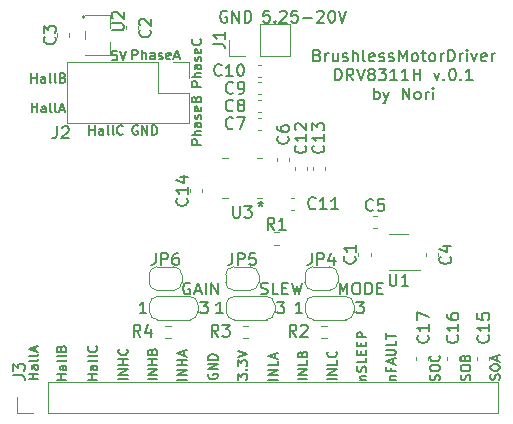
<source format=gto>
G04 #@! TF.GenerationSoftware,KiCad,Pcbnew,(6.0.0-rc1-63-g802cfc1a7d)*
G04 #@! TF.CreationDate,2022-01-16T14:43:54+09:00*
G04 #@! TF.ProjectId,BrushlessMotorDriver_DRV8311,42727573-686c-4657-9373-4d6f746f7244,rev?*
G04 #@! TF.SameCoordinates,PX7270e00PY8b3c880*
G04 #@! TF.FileFunction,Legend,Top*
G04 #@! TF.FilePolarity,Positive*
%FSLAX46Y46*%
G04 Gerber Fmt 4.6, Leading zero omitted, Abs format (unit mm)*
G04 Created by KiCad (PCBNEW (6.0.0-rc1-63-g802cfc1a7d)) date 2022-01-16 14:43:54*
%MOMM*%
%LPD*%
G01*
G04 APERTURE LIST*
%ADD10C,0.150000*%
%ADD11C,0.120000*%
G04 APERTURE END LIST*
D10*
X26014285Y30881429D02*
X26157142Y30833810D01*
X26204761Y30786191D01*
X26252380Y30690953D01*
X26252380Y30548096D01*
X26204761Y30452858D01*
X26157142Y30405239D01*
X26061904Y30357620D01*
X25680952Y30357620D01*
X25680952Y31357620D01*
X26014285Y31357620D01*
X26109523Y31310000D01*
X26157142Y31262381D01*
X26204761Y31167143D01*
X26204761Y31071905D01*
X26157142Y30976667D01*
X26109523Y30929048D01*
X26014285Y30881429D01*
X25680952Y30881429D01*
X26680952Y30357620D02*
X26680952Y31024286D01*
X26680952Y30833810D02*
X26728571Y30929048D01*
X26776190Y30976667D01*
X26871428Y31024286D01*
X26966666Y31024286D01*
X27728571Y31024286D02*
X27728571Y30357620D01*
X27300000Y31024286D02*
X27300000Y30500477D01*
X27347619Y30405239D01*
X27442857Y30357620D01*
X27585714Y30357620D01*
X27680952Y30405239D01*
X27728571Y30452858D01*
X28157142Y30405239D02*
X28252380Y30357620D01*
X28442857Y30357620D01*
X28538095Y30405239D01*
X28585714Y30500477D01*
X28585714Y30548096D01*
X28538095Y30643334D01*
X28442857Y30690953D01*
X28300000Y30690953D01*
X28204761Y30738572D01*
X28157142Y30833810D01*
X28157142Y30881429D01*
X28204761Y30976667D01*
X28300000Y31024286D01*
X28442857Y31024286D01*
X28538095Y30976667D01*
X29014285Y30357620D02*
X29014285Y31357620D01*
X29442857Y30357620D02*
X29442857Y30881429D01*
X29395238Y30976667D01*
X29300000Y31024286D01*
X29157142Y31024286D01*
X29061904Y30976667D01*
X29014285Y30929048D01*
X30061904Y30357620D02*
X29966666Y30405239D01*
X29919047Y30500477D01*
X29919047Y31357620D01*
X30823809Y30405239D02*
X30728571Y30357620D01*
X30538095Y30357620D01*
X30442857Y30405239D01*
X30395238Y30500477D01*
X30395238Y30881429D01*
X30442857Y30976667D01*
X30538095Y31024286D01*
X30728571Y31024286D01*
X30823809Y30976667D01*
X30871428Y30881429D01*
X30871428Y30786191D01*
X30395238Y30690953D01*
X31252380Y30405239D02*
X31347619Y30357620D01*
X31538095Y30357620D01*
X31633333Y30405239D01*
X31680952Y30500477D01*
X31680952Y30548096D01*
X31633333Y30643334D01*
X31538095Y30690953D01*
X31395238Y30690953D01*
X31300000Y30738572D01*
X31252380Y30833810D01*
X31252380Y30881429D01*
X31300000Y30976667D01*
X31395238Y31024286D01*
X31538095Y31024286D01*
X31633333Y30976667D01*
X32061904Y30405239D02*
X32157142Y30357620D01*
X32347619Y30357620D01*
X32442857Y30405239D01*
X32490476Y30500477D01*
X32490476Y30548096D01*
X32442857Y30643334D01*
X32347619Y30690953D01*
X32204761Y30690953D01*
X32109523Y30738572D01*
X32061904Y30833810D01*
X32061904Y30881429D01*
X32109523Y30976667D01*
X32204761Y31024286D01*
X32347619Y31024286D01*
X32442857Y30976667D01*
X32919047Y30357620D02*
X32919047Y31357620D01*
X33252380Y30643334D01*
X33585714Y31357620D01*
X33585714Y30357620D01*
X34204761Y30357620D02*
X34109523Y30405239D01*
X34061904Y30452858D01*
X34014285Y30548096D01*
X34014285Y30833810D01*
X34061904Y30929048D01*
X34109523Y30976667D01*
X34204761Y31024286D01*
X34347619Y31024286D01*
X34442857Y30976667D01*
X34490476Y30929048D01*
X34538095Y30833810D01*
X34538095Y30548096D01*
X34490476Y30452858D01*
X34442857Y30405239D01*
X34347619Y30357620D01*
X34204761Y30357620D01*
X34823809Y31024286D02*
X35204761Y31024286D01*
X34966666Y31357620D02*
X34966666Y30500477D01*
X35014285Y30405239D01*
X35109523Y30357620D01*
X35204761Y30357620D01*
X35680952Y30357620D02*
X35585714Y30405239D01*
X35538095Y30452858D01*
X35490476Y30548096D01*
X35490476Y30833810D01*
X35538095Y30929048D01*
X35585714Y30976667D01*
X35680952Y31024286D01*
X35823809Y31024286D01*
X35919047Y30976667D01*
X35966666Y30929048D01*
X36014285Y30833810D01*
X36014285Y30548096D01*
X35966666Y30452858D01*
X35919047Y30405239D01*
X35823809Y30357620D01*
X35680952Y30357620D01*
X36442857Y30357620D02*
X36442857Y31024286D01*
X36442857Y30833810D02*
X36490476Y30929048D01*
X36538095Y30976667D01*
X36633333Y31024286D01*
X36728571Y31024286D01*
X37061904Y30357620D02*
X37061904Y31357620D01*
X37300000Y31357620D01*
X37442857Y31310000D01*
X37538095Y31214762D01*
X37585714Y31119524D01*
X37633333Y30929048D01*
X37633333Y30786191D01*
X37585714Y30595715D01*
X37538095Y30500477D01*
X37442857Y30405239D01*
X37300000Y30357620D01*
X37061904Y30357620D01*
X38061904Y30357620D02*
X38061904Y31024286D01*
X38061904Y30833810D02*
X38109523Y30929048D01*
X38157142Y30976667D01*
X38252380Y31024286D01*
X38347619Y31024286D01*
X38680952Y30357620D02*
X38680952Y31024286D01*
X38680952Y31357620D02*
X38633333Y31310000D01*
X38680952Y31262381D01*
X38728571Y31310000D01*
X38680952Y31357620D01*
X38680952Y31262381D01*
X39061904Y31024286D02*
X39300000Y30357620D01*
X39538095Y31024286D01*
X40300000Y30405239D02*
X40204761Y30357620D01*
X40014285Y30357620D01*
X39919047Y30405239D01*
X39871428Y30500477D01*
X39871428Y30881429D01*
X39919047Y30976667D01*
X40014285Y31024286D01*
X40204761Y31024286D01*
X40300000Y30976667D01*
X40347619Y30881429D01*
X40347619Y30786191D01*
X39871428Y30690953D01*
X40776190Y30357620D02*
X40776190Y31024286D01*
X40776190Y30833810D02*
X40823809Y30929048D01*
X40871428Y30976667D01*
X40966666Y31024286D01*
X41061904Y31024286D01*
X27490476Y28747620D02*
X27490476Y29747620D01*
X27728571Y29747620D01*
X27871428Y29700000D01*
X27966666Y29604762D01*
X28014285Y29509524D01*
X28061904Y29319048D01*
X28061904Y29176191D01*
X28014285Y28985715D01*
X27966666Y28890477D01*
X27871428Y28795239D01*
X27728571Y28747620D01*
X27490476Y28747620D01*
X29061904Y28747620D02*
X28728571Y29223810D01*
X28490476Y28747620D02*
X28490476Y29747620D01*
X28871428Y29747620D01*
X28966666Y29700000D01*
X29014285Y29652381D01*
X29061904Y29557143D01*
X29061904Y29414286D01*
X29014285Y29319048D01*
X28966666Y29271429D01*
X28871428Y29223810D01*
X28490476Y29223810D01*
X29347619Y29747620D02*
X29680952Y28747620D01*
X30014285Y29747620D01*
X30490476Y29319048D02*
X30395238Y29366667D01*
X30347619Y29414286D01*
X30300000Y29509524D01*
X30300000Y29557143D01*
X30347619Y29652381D01*
X30395238Y29700000D01*
X30490476Y29747620D01*
X30680952Y29747620D01*
X30776190Y29700000D01*
X30823809Y29652381D01*
X30871428Y29557143D01*
X30871428Y29509524D01*
X30823809Y29414286D01*
X30776190Y29366667D01*
X30680952Y29319048D01*
X30490476Y29319048D01*
X30395238Y29271429D01*
X30347619Y29223810D01*
X30300000Y29128572D01*
X30300000Y28938096D01*
X30347619Y28842858D01*
X30395238Y28795239D01*
X30490476Y28747620D01*
X30680952Y28747620D01*
X30776190Y28795239D01*
X30823809Y28842858D01*
X30871428Y28938096D01*
X30871428Y29128572D01*
X30823809Y29223810D01*
X30776190Y29271429D01*
X30680952Y29319048D01*
X31204761Y29747620D02*
X31823809Y29747620D01*
X31490476Y29366667D01*
X31633333Y29366667D01*
X31728571Y29319048D01*
X31776190Y29271429D01*
X31823809Y29176191D01*
X31823809Y28938096D01*
X31776190Y28842858D01*
X31728571Y28795239D01*
X31633333Y28747620D01*
X31347619Y28747620D01*
X31252380Y28795239D01*
X31204761Y28842858D01*
X32776190Y28747620D02*
X32204761Y28747620D01*
X32490476Y28747620D02*
X32490476Y29747620D01*
X32395238Y29604762D01*
X32300000Y29509524D01*
X32204761Y29461905D01*
X33728571Y28747620D02*
X33157142Y28747620D01*
X33442857Y28747620D02*
X33442857Y29747620D01*
X33347619Y29604762D01*
X33252380Y29509524D01*
X33157142Y29461905D01*
X34157142Y28747620D02*
X34157142Y29747620D01*
X34157142Y29271429D02*
X34728571Y29271429D01*
X34728571Y28747620D02*
X34728571Y29747620D01*
X35871428Y29414286D02*
X36109523Y28747620D01*
X36347619Y29414286D01*
X36728571Y28842858D02*
X36776190Y28795239D01*
X36728571Y28747620D01*
X36680952Y28795239D01*
X36728571Y28842858D01*
X36728571Y28747620D01*
X37395238Y29747620D02*
X37490476Y29747620D01*
X37585714Y29700000D01*
X37633333Y29652381D01*
X37680952Y29557143D01*
X37728571Y29366667D01*
X37728571Y29128572D01*
X37680952Y28938096D01*
X37633333Y28842858D01*
X37585714Y28795239D01*
X37490476Y28747620D01*
X37395238Y28747620D01*
X37300000Y28795239D01*
X37252380Y28842858D01*
X37204761Y28938096D01*
X37157142Y29128572D01*
X37157142Y29366667D01*
X37204761Y29557143D01*
X37252380Y29652381D01*
X37300000Y29700000D01*
X37395238Y29747620D01*
X38157142Y28842858D02*
X38204761Y28795239D01*
X38157142Y28747620D01*
X38109523Y28795239D01*
X38157142Y28842858D01*
X38157142Y28747620D01*
X39157142Y28747620D02*
X38585714Y28747620D01*
X38871428Y28747620D02*
X38871428Y29747620D01*
X38776190Y29604762D01*
X38680952Y29509524D01*
X38585714Y29461905D01*
X30800000Y27137620D02*
X30800000Y28137620D01*
X30800000Y27756667D02*
X30895238Y27804286D01*
X31085714Y27804286D01*
X31180952Y27756667D01*
X31228571Y27709048D01*
X31276190Y27613810D01*
X31276190Y27328096D01*
X31228571Y27232858D01*
X31180952Y27185239D01*
X31085714Y27137620D01*
X30895238Y27137620D01*
X30800000Y27185239D01*
X31609523Y27804286D02*
X31847619Y27137620D01*
X32085714Y27804286D02*
X31847619Y27137620D01*
X31752380Y26899524D01*
X31704761Y26851905D01*
X31609523Y26804286D01*
X33228571Y27137620D02*
X33228571Y28137620D01*
X33800000Y27137620D01*
X33800000Y28137620D01*
X34419047Y27137620D02*
X34323809Y27185239D01*
X34276190Y27232858D01*
X34228571Y27328096D01*
X34228571Y27613810D01*
X34276190Y27709048D01*
X34323809Y27756667D01*
X34419047Y27804286D01*
X34561904Y27804286D01*
X34657142Y27756667D01*
X34704761Y27709048D01*
X34752380Y27613810D01*
X34752380Y27328096D01*
X34704761Y27232858D01*
X34657142Y27185239D01*
X34561904Y27137620D01*
X34419047Y27137620D01*
X35180952Y27137620D02*
X35180952Y27804286D01*
X35180952Y27613810D02*
X35228571Y27709048D01*
X35276190Y27756667D01*
X35371428Y27804286D01*
X35466666Y27804286D01*
X35800000Y27137620D02*
X35800000Y27804286D01*
X35800000Y28137620D02*
X35752380Y28090000D01*
X35800000Y28042381D01*
X35847619Y28090000D01*
X35800000Y28137620D01*
X35800000Y28042381D01*
X16161904Y23300000D02*
X15361904Y23300000D01*
X15361904Y23604762D01*
X15400000Y23680953D01*
X15438095Y23719048D01*
X15514285Y23757143D01*
X15628571Y23757143D01*
X15704761Y23719048D01*
X15742857Y23680953D01*
X15780952Y23604762D01*
X15780952Y23300000D01*
X16161904Y24100000D02*
X15361904Y24100000D01*
X16161904Y24442858D02*
X15742857Y24442858D01*
X15666666Y24404762D01*
X15628571Y24328572D01*
X15628571Y24214286D01*
X15666666Y24138096D01*
X15704761Y24100000D01*
X16161904Y25166667D02*
X15742857Y25166667D01*
X15666666Y25128572D01*
X15628571Y25052381D01*
X15628571Y24900000D01*
X15666666Y24823810D01*
X16123809Y25166667D02*
X16161904Y25090477D01*
X16161904Y24900000D01*
X16123809Y24823810D01*
X16047619Y24785715D01*
X15971428Y24785715D01*
X15895238Y24823810D01*
X15857142Y24900000D01*
X15857142Y25090477D01*
X15819047Y25166667D01*
X16123809Y25509524D02*
X16161904Y25585715D01*
X16161904Y25738096D01*
X16123809Y25814286D01*
X16047619Y25852381D01*
X16009523Y25852381D01*
X15933333Y25814286D01*
X15895238Y25738096D01*
X15895238Y25623810D01*
X15857142Y25547620D01*
X15780952Y25509524D01*
X15742857Y25509524D01*
X15666666Y25547620D01*
X15628571Y25623810D01*
X15628571Y25738096D01*
X15666666Y25814286D01*
X16123809Y26500000D02*
X16161904Y26423810D01*
X16161904Y26271429D01*
X16123809Y26195239D01*
X16047619Y26157143D01*
X15742857Y26157143D01*
X15666666Y26195239D01*
X15628571Y26271429D01*
X15628571Y26423810D01*
X15666666Y26500000D01*
X15742857Y26538096D01*
X15819047Y26538096D01*
X15895238Y26157143D01*
X15742857Y27147620D02*
X15780952Y27261905D01*
X15819047Y27300000D01*
X15895238Y27338096D01*
X16009523Y27338096D01*
X16085714Y27300000D01*
X16123809Y27261905D01*
X16161904Y27185715D01*
X16161904Y26880953D01*
X15361904Y26880953D01*
X15361904Y27147620D01*
X15400000Y27223810D01*
X15438095Y27261905D01*
X15514285Y27300000D01*
X15590476Y27300000D01*
X15666666Y27261905D01*
X15704761Y27223810D01*
X15742857Y27147620D01*
X15742857Y26880953D01*
X16161904Y28200000D02*
X15361904Y28200000D01*
X15361904Y28504762D01*
X15400000Y28580953D01*
X15438095Y28619048D01*
X15514285Y28657143D01*
X15628571Y28657143D01*
X15704761Y28619048D01*
X15742857Y28580953D01*
X15780952Y28504762D01*
X15780952Y28200000D01*
X16161904Y29000000D02*
X15361904Y29000000D01*
X16161904Y29342858D02*
X15742857Y29342858D01*
X15666666Y29304762D01*
X15628571Y29228572D01*
X15628571Y29114286D01*
X15666666Y29038096D01*
X15704761Y29000000D01*
X16161904Y30066667D02*
X15742857Y30066667D01*
X15666666Y30028572D01*
X15628571Y29952381D01*
X15628571Y29800000D01*
X15666666Y29723810D01*
X16123809Y30066667D02*
X16161904Y29990477D01*
X16161904Y29800000D01*
X16123809Y29723810D01*
X16047619Y29685715D01*
X15971428Y29685715D01*
X15895238Y29723810D01*
X15857142Y29800000D01*
X15857142Y29990477D01*
X15819047Y30066667D01*
X16123809Y30409524D02*
X16161904Y30485715D01*
X16161904Y30638096D01*
X16123809Y30714286D01*
X16047619Y30752381D01*
X16009523Y30752381D01*
X15933333Y30714286D01*
X15895238Y30638096D01*
X15895238Y30523810D01*
X15857142Y30447620D01*
X15780952Y30409524D01*
X15742857Y30409524D01*
X15666666Y30447620D01*
X15628571Y30523810D01*
X15628571Y30638096D01*
X15666666Y30714286D01*
X16123809Y31400000D02*
X16161904Y31323810D01*
X16161904Y31171429D01*
X16123809Y31095239D01*
X16047619Y31057143D01*
X15742857Y31057143D01*
X15666666Y31095239D01*
X15628571Y31171429D01*
X15628571Y31323810D01*
X15666666Y31400000D01*
X15742857Y31438096D01*
X15819047Y31438096D01*
X15895238Y31057143D01*
X16085714Y32238096D02*
X16123809Y32200000D01*
X16161904Y32085715D01*
X16161904Y32009524D01*
X16123809Y31895239D01*
X16047619Y31819048D01*
X15971428Y31780953D01*
X15819047Y31742858D01*
X15704761Y31742858D01*
X15552380Y31780953D01*
X15476190Y31819048D01*
X15400000Y31895239D01*
X15361904Y32009524D01*
X15361904Y32085715D01*
X15400000Y32200000D01*
X15438095Y32238096D01*
X10357142Y30538096D02*
X10357142Y31338096D01*
X10661904Y31338096D01*
X10738095Y31300000D01*
X10776190Y31261905D01*
X10814285Y31185715D01*
X10814285Y31071429D01*
X10776190Y30995239D01*
X10738095Y30957143D01*
X10661904Y30919048D01*
X10357142Y30919048D01*
X11157142Y30538096D02*
X11157142Y31338096D01*
X11500000Y30538096D02*
X11500000Y30957143D01*
X11461904Y31033334D01*
X11385714Y31071429D01*
X11271428Y31071429D01*
X11195238Y31033334D01*
X11157142Y30995239D01*
X12223809Y30538096D02*
X12223809Y30957143D01*
X12185714Y31033334D01*
X12109523Y31071429D01*
X11957142Y31071429D01*
X11880952Y31033334D01*
X12223809Y30576191D02*
X12147619Y30538096D01*
X11957142Y30538096D01*
X11880952Y30576191D01*
X11842857Y30652381D01*
X11842857Y30728572D01*
X11880952Y30804762D01*
X11957142Y30842858D01*
X12147619Y30842858D01*
X12223809Y30880953D01*
X12566666Y30576191D02*
X12642857Y30538096D01*
X12795238Y30538096D01*
X12871428Y30576191D01*
X12909523Y30652381D01*
X12909523Y30690477D01*
X12871428Y30766667D01*
X12795238Y30804762D01*
X12680952Y30804762D01*
X12604761Y30842858D01*
X12566666Y30919048D01*
X12566666Y30957143D01*
X12604761Y31033334D01*
X12680952Y31071429D01*
X12795238Y31071429D01*
X12871428Y31033334D01*
X13557142Y30576191D02*
X13480952Y30538096D01*
X13328571Y30538096D01*
X13252380Y30576191D01*
X13214285Y30652381D01*
X13214285Y30957143D01*
X13252380Y31033334D01*
X13328571Y31071429D01*
X13480952Y31071429D01*
X13557142Y31033334D01*
X13595238Y30957143D01*
X13595238Y30880953D01*
X13214285Y30804762D01*
X13900000Y30766667D02*
X14280952Y30766667D01*
X13823809Y30538096D02*
X14090476Y31338096D01*
X14357142Y30538096D01*
X9047619Y31238096D02*
X8666666Y31238096D01*
X8628571Y30857143D01*
X8666666Y30895239D01*
X8742857Y30933334D01*
X8933333Y30933334D01*
X9009523Y30895239D01*
X9047619Y30857143D01*
X9085714Y30780953D01*
X9085714Y30590477D01*
X9047619Y30514286D01*
X9009523Y30476191D01*
X8933333Y30438096D01*
X8742857Y30438096D01*
X8666666Y30476191D01*
X8628571Y30514286D01*
X9314285Y31238096D02*
X9580952Y30438096D01*
X9847619Y31238096D01*
X10790476Y24900000D02*
X10714285Y24938096D01*
X10600000Y24938096D01*
X10485714Y24900000D01*
X10409523Y24823810D01*
X10371428Y24747620D01*
X10333333Y24595239D01*
X10333333Y24480953D01*
X10371428Y24328572D01*
X10409523Y24252381D01*
X10485714Y24176191D01*
X10600000Y24138096D01*
X10676190Y24138096D01*
X10790476Y24176191D01*
X10828571Y24214286D01*
X10828571Y24480953D01*
X10676190Y24480953D01*
X11171428Y24138096D02*
X11171428Y24938096D01*
X11628571Y24138096D01*
X11628571Y24938096D01*
X12009523Y24138096D02*
X12009523Y24938096D01*
X12200000Y24938096D01*
X12314285Y24900000D01*
X12390476Y24823810D01*
X12428571Y24747620D01*
X12466666Y24595239D01*
X12466666Y24480953D01*
X12428571Y24328572D01*
X12390476Y24252381D01*
X12314285Y24176191D01*
X12200000Y24138096D01*
X12009523Y24138096D01*
X6690476Y24138096D02*
X6690476Y24938096D01*
X6690476Y24557143D02*
X7147619Y24557143D01*
X7147619Y24138096D02*
X7147619Y24938096D01*
X7871428Y24138096D02*
X7871428Y24557143D01*
X7833333Y24633334D01*
X7757142Y24671429D01*
X7604761Y24671429D01*
X7528571Y24633334D01*
X7871428Y24176191D02*
X7795238Y24138096D01*
X7604761Y24138096D01*
X7528571Y24176191D01*
X7490476Y24252381D01*
X7490476Y24328572D01*
X7528571Y24404762D01*
X7604761Y24442858D01*
X7795238Y24442858D01*
X7871428Y24480953D01*
X8366666Y24138096D02*
X8290476Y24176191D01*
X8252380Y24252381D01*
X8252380Y24938096D01*
X8785714Y24138096D02*
X8709523Y24176191D01*
X8671428Y24252381D01*
X8671428Y24938096D01*
X9547619Y24214286D02*
X9509523Y24176191D01*
X9395238Y24138096D01*
X9319047Y24138096D01*
X9204761Y24176191D01*
X9128571Y24252381D01*
X9090476Y24328572D01*
X9052380Y24480953D01*
X9052380Y24595239D01*
X9090476Y24747620D01*
X9128571Y24823810D01*
X9204761Y24900000D01*
X9319047Y24938096D01*
X9395238Y24938096D01*
X9509523Y24900000D01*
X9547619Y24861905D01*
X1790476Y28538096D02*
X1790476Y29338096D01*
X1790476Y28957143D02*
X2247619Y28957143D01*
X2247619Y28538096D02*
X2247619Y29338096D01*
X2971428Y28538096D02*
X2971428Y28957143D01*
X2933333Y29033334D01*
X2857142Y29071429D01*
X2704761Y29071429D01*
X2628571Y29033334D01*
X2971428Y28576191D02*
X2895238Y28538096D01*
X2704761Y28538096D01*
X2628571Y28576191D01*
X2590476Y28652381D01*
X2590476Y28728572D01*
X2628571Y28804762D01*
X2704761Y28842858D01*
X2895238Y28842858D01*
X2971428Y28880953D01*
X3466666Y28538096D02*
X3390476Y28576191D01*
X3352380Y28652381D01*
X3352380Y29338096D01*
X3885714Y28538096D02*
X3809523Y28576191D01*
X3771428Y28652381D01*
X3771428Y29338096D01*
X4457142Y28957143D02*
X4571428Y28919048D01*
X4609523Y28880953D01*
X4647619Y28804762D01*
X4647619Y28690477D01*
X4609523Y28614286D01*
X4571428Y28576191D01*
X4495238Y28538096D01*
X4190476Y28538096D01*
X4190476Y29338096D01*
X4457142Y29338096D01*
X4533333Y29300000D01*
X4571428Y29261905D01*
X4609523Y29185715D01*
X4609523Y29109524D01*
X4571428Y29033334D01*
X4533333Y28995239D01*
X4457142Y28957143D01*
X4190476Y28957143D01*
X1847619Y26038096D02*
X1847619Y26838096D01*
X1847619Y26457143D02*
X2304761Y26457143D01*
X2304761Y26038096D02*
X2304761Y26838096D01*
X3028571Y26038096D02*
X3028571Y26457143D01*
X2990476Y26533334D01*
X2914285Y26571429D01*
X2761904Y26571429D01*
X2685714Y26533334D01*
X3028571Y26076191D02*
X2952380Y26038096D01*
X2761904Y26038096D01*
X2685714Y26076191D01*
X2647619Y26152381D01*
X2647619Y26228572D01*
X2685714Y26304762D01*
X2761904Y26342858D01*
X2952380Y26342858D01*
X3028571Y26380953D01*
X3523809Y26038096D02*
X3447619Y26076191D01*
X3409523Y26152381D01*
X3409523Y26838096D01*
X3942857Y26038096D02*
X3866666Y26076191D01*
X3828571Y26152381D01*
X3828571Y26838096D01*
X4209523Y26266667D02*
X4590476Y26266667D01*
X4133333Y26038096D02*
X4400000Y26838096D01*
X4666666Y26038096D01*
X21947619Y34647620D02*
X21471428Y34647620D01*
X21423809Y34171429D01*
X21471428Y34219048D01*
X21566666Y34266667D01*
X21804761Y34266667D01*
X21900000Y34219048D01*
X21947619Y34171429D01*
X21995238Y34076191D01*
X21995238Y33838096D01*
X21947619Y33742858D01*
X21900000Y33695239D01*
X21804761Y33647620D01*
X21566666Y33647620D01*
X21471428Y33695239D01*
X21423809Y33742858D01*
X22423809Y33742858D02*
X22471428Y33695239D01*
X22423809Y33647620D01*
X22376190Y33695239D01*
X22423809Y33742858D01*
X22423809Y33647620D01*
X22852380Y34552381D02*
X22900000Y34600000D01*
X22995238Y34647620D01*
X23233333Y34647620D01*
X23328571Y34600000D01*
X23376190Y34552381D01*
X23423809Y34457143D01*
X23423809Y34361905D01*
X23376190Y34219048D01*
X22804761Y33647620D01*
X23423809Y33647620D01*
X24328571Y34647620D02*
X23852380Y34647620D01*
X23804761Y34171429D01*
X23852380Y34219048D01*
X23947619Y34266667D01*
X24185714Y34266667D01*
X24280952Y34219048D01*
X24328571Y34171429D01*
X24376190Y34076191D01*
X24376190Y33838096D01*
X24328571Y33742858D01*
X24280952Y33695239D01*
X24185714Y33647620D01*
X23947619Y33647620D01*
X23852380Y33695239D01*
X23804761Y33742858D01*
X24804761Y34028572D02*
X25566666Y34028572D01*
X25995238Y34552381D02*
X26042857Y34600000D01*
X26138095Y34647620D01*
X26376190Y34647620D01*
X26471428Y34600000D01*
X26519047Y34552381D01*
X26566666Y34457143D01*
X26566666Y34361905D01*
X26519047Y34219048D01*
X25947619Y33647620D01*
X26566666Y33647620D01*
X27185714Y34647620D02*
X27280952Y34647620D01*
X27376190Y34600000D01*
X27423809Y34552381D01*
X27471428Y34457143D01*
X27519047Y34266667D01*
X27519047Y34028572D01*
X27471428Y33838096D01*
X27423809Y33742858D01*
X27376190Y33695239D01*
X27280952Y33647620D01*
X27185714Y33647620D01*
X27090476Y33695239D01*
X27042857Y33742858D01*
X26995238Y33838096D01*
X26947619Y34028572D01*
X26947619Y34266667D01*
X26995238Y34457143D01*
X27042857Y34552381D01*
X27090476Y34600000D01*
X27185714Y34647620D01*
X27804761Y34647620D02*
X28138095Y33647620D01*
X28471428Y34647620D01*
X18338095Y34600000D02*
X18242857Y34647620D01*
X18100000Y34647620D01*
X17957142Y34600000D01*
X17861904Y34504762D01*
X17814285Y34409524D01*
X17766666Y34219048D01*
X17766666Y34076191D01*
X17814285Y33885715D01*
X17861904Y33790477D01*
X17957142Y33695239D01*
X18100000Y33647620D01*
X18195238Y33647620D01*
X18338095Y33695239D01*
X18385714Y33742858D01*
X18385714Y34076191D01*
X18195238Y34076191D01*
X18814285Y33647620D02*
X18814285Y34647620D01*
X19385714Y33647620D01*
X19385714Y34647620D01*
X19861904Y33647620D02*
X19861904Y34647620D01*
X20100000Y34647620D01*
X20242857Y34600000D01*
X20338095Y34504762D01*
X20385714Y34409524D01*
X20433333Y34219048D01*
X20433333Y34076191D01*
X20385714Y33885715D01*
X20338095Y33790477D01*
X20242857Y33695239D01*
X20100000Y33647620D01*
X19861904Y33647620D01*
X41423809Y3409524D02*
X41461904Y3523810D01*
X41461904Y3714286D01*
X41423809Y3790477D01*
X41385714Y3828572D01*
X41309523Y3866667D01*
X41233333Y3866667D01*
X41157142Y3828572D01*
X41119047Y3790477D01*
X41080952Y3714286D01*
X41042857Y3561905D01*
X41004761Y3485715D01*
X40966666Y3447620D01*
X40890476Y3409524D01*
X40814285Y3409524D01*
X40738095Y3447620D01*
X40700000Y3485715D01*
X40661904Y3561905D01*
X40661904Y3752381D01*
X40700000Y3866667D01*
X40661904Y4361905D02*
X40661904Y4514286D01*
X40700000Y4590477D01*
X40776190Y4666667D01*
X40928571Y4704762D01*
X41195238Y4704762D01*
X41347619Y4666667D01*
X41423809Y4590477D01*
X41461904Y4514286D01*
X41461904Y4361905D01*
X41423809Y4285715D01*
X41347619Y4209524D01*
X41195238Y4171429D01*
X40928571Y4171429D01*
X40776190Y4209524D01*
X40700000Y4285715D01*
X40661904Y4361905D01*
X41233333Y5009524D02*
X41233333Y5390477D01*
X41461904Y4933334D02*
X40661904Y5200000D01*
X41461904Y5466667D01*
X38923809Y3352381D02*
X38961904Y3466667D01*
X38961904Y3657143D01*
X38923809Y3733334D01*
X38885714Y3771429D01*
X38809523Y3809524D01*
X38733333Y3809524D01*
X38657142Y3771429D01*
X38619047Y3733334D01*
X38580952Y3657143D01*
X38542857Y3504762D01*
X38504761Y3428572D01*
X38466666Y3390477D01*
X38390476Y3352381D01*
X38314285Y3352381D01*
X38238095Y3390477D01*
X38200000Y3428572D01*
X38161904Y3504762D01*
X38161904Y3695239D01*
X38200000Y3809524D01*
X38161904Y4304762D02*
X38161904Y4457143D01*
X38200000Y4533334D01*
X38276190Y4609524D01*
X38428571Y4647620D01*
X38695238Y4647620D01*
X38847619Y4609524D01*
X38923809Y4533334D01*
X38961904Y4457143D01*
X38961904Y4304762D01*
X38923809Y4228572D01*
X38847619Y4152381D01*
X38695238Y4114286D01*
X38428571Y4114286D01*
X38276190Y4152381D01*
X38200000Y4228572D01*
X38161904Y4304762D01*
X38542857Y5257143D02*
X38580952Y5371429D01*
X38619047Y5409524D01*
X38695238Y5447620D01*
X38809523Y5447620D01*
X38885714Y5409524D01*
X38923809Y5371429D01*
X38961904Y5295239D01*
X38961904Y4990477D01*
X38161904Y4990477D01*
X38161904Y5257143D01*
X38200000Y5333334D01*
X38238095Y5371429D01*
X38314285Y5409524D01*
X38390476Y5409524D01*
X38466666Y5371429D01*
X38504761Y5333334D01*
X38542857Y5257143D01*
X38542857Y4990477D01*
X36323809Y3352381D02*
X36361904Y3466667D01*
X36361904Y3657143D01*
X36323809Y3733334D01*
X36285714Y3771429D01*
X36209523Y3809524D01*
X36133333Y3809524D01*
X36057142Y3771429D01*
X36019047Y3733334D01*
X35980952Y3657143D01*
X35942857Y3504762D01*
X35904761Y3428572D01*
X35866666Y3390477D01*
X35790476Y3352381D01*
X35714285Y3352381D01*
X35638095Y3390477D01*
X35600000Y3428572D01*
X35561904Y3504762D01*
X35561904Y3695239D01*
X35600000Y3809524D01*
X35561904Y4304762D02*
X35561904Y4457143D01*
X35600000Y4533334D01*
X35676190Y4609524D01*
X35828571Y4647620D01*
X36095238Y4647620D01*
X36247619Y4609524D01*
X36323809Y4533334D01*
X36361904Y4457143D01*
X36361904Y4304762D01*
X36323809Y4228572D01*
X36247619Y4152381D01*
X36095238Y4114286D01*
X35828571Y4114286D01*
X35676190Y4152381D01*
X35600000Y4228572D01*
X35561904Y4304762D01*
X36285714Y5447620D02*
X36323809Y5409524D01*
X36361904Y5295239D01*
X36361904Y5219048D01*
X36323809Y5104762D01*
X36247619Y5028572D01*
X36171428Y4990477D01*
X36019047Y4952381D01*
X35904761Y4952381D01*
X35752380Y4990477D01*
X35676190Y5028572D01*
X35600000Y5104762D01*
X35561904Y5219048D01*
X35561904Y5295239D01*
X35600000Y5409524D01*
X35638095Y5447620D01*
X32128571Y3395239D02*
X32661904Y3395239D01*
X32204761Y3395239D02*
X32166666Y3433334D01*
X32128571Y3509524D01*
X32128571Y3623810D01*
X32166666Y3700000D01*
X32242857Y3738096D01*
X32661904Y3738096D01*
X32242857Y4385715D02*
X32242857Y4119048D01*
X32661904Y4119048D02*
X31861904Y4119048D01*
X31861904Y4500000D01*
X32433333Y4766667D02*
X32433333Y5147620D01*
X32661904Y4690477D02*
X31861904Y4957143D01*
X32661904Y5223810D01*
X31861904Y5490477D02*
X32509523Y5490477D01*
X32585714Y5528572D01*
X32623809Y5566667D01*
X32661904Y5642858D01*
X32661904Y5795239D01*
X32623809Y5871429D01*
X32585714Y5909524D01*
X32509523Y5947620D01*
X31861904Y5947620D01*
X32661904Y6709524D02*
X32661904Y6328572D01*
X31861904Y6328572D01*
X31861904Y6861905D02*
X31861904Y7319048D01*
X32661904Y7090477D02*
X31861904Y7090477D01*
X29628571Y3400000D02*
X30161904Y3400000D01*
X29704761Y3400000D02*
X29666666Y3438096D01*
X29628571Y3514286D01*
X29628571Y3628572D01*
X29666666Y3704762D01*
X29742857Y3742858D01*
X30161904Y3742858D01*
X30123809Y4085715D02*
X30161904Y4200000D01*
X30161904Y4390477D01*
X30123809Y4466667D01*
X30085714Y4504762D01*
X30009523Y4542858D01*
X29933333Y4542858D01*
X29857142Y4504762D01*
X29819047Y4466667D01*
X29780952Y4390477D01*
X29742857Y4238096D01*
X29704761Y4161905D01*
X29666666Y4123810D01*
X29590476Y4085715D01*
X29514285Y4085715D01*
X29438095Y4123810D01*
X29400000Y4161905D01*
X29361904Y4238096D01*
X29361904Y4428572D01*
X29400000Y4542858D01*
X30161904Y5266667D02*
X30161904Y4885715D01*
X29361904Y4885715D01*
X29742857Y5533334D02*
X29742857Y5800000D01*
X30161904Y5914286D02*
X30161904Y5533334D01*
X29361904Y5533334D01*
X29361904Y5914286D01*
X29742857Y6257143D02*
X29742857Y6523810D01*
X30161904Y6638096D02*
X30161904Y6257143D01*
X29361904Y6257143D01*
X29361904Y6638096D01*
X30161904Y6980953D02*
X29361904Y6980953D01*
X29361904Y7285715D01*
X29400000Y7361905D01*
X29438095Y7400000D01*
X29514285Y7438096D01*
X29628571Y7438096D01*
X29704761Y7400000D01*
X29742857Y7361905D01*
X29780952Y7285715D01*
X29780952Y6980953D01*
X19261904Y3419048D02*
X19261904Y3914286D01*
X19566666Y3647620D01*
X19566666Y3761905D01*
X19604761Y3838096D01*
X19642857Y3876191D01*
X19719047Y3914286D01*
X19909523Y3914286D01*
X19985714Y3876191D01*
X20023809Y3838096D01*
X20061904Y3761905D01*
X20061904Y3533334D01*
X20023809Y3457143D01*
X19985714Y3419048D01*
X19985714Y4257143D02*
X20023809Y4295239D01*
X20061904Y4257143D01*
X20023809Y4219048D01*
X19985714Y4257143D01*
X20061904Y4257143D01*
X19261904Y4561905D02*
X19261904Y5057143D01*
X19566666Y4790477D01*
X19566666Y4904762D01*
X19604761Y4980953D01*
X19642857Y5019048D01*
X19719047Y5057143D01*
X19909523Y5057143D01*
X19985714Y5019048D01*
X20023809Y4980953D01*
X20061904Y4904762D01*
X20061904Y4676191D01*
X20023809Y4600000D01*
X19985714Y4561905D01*
X19261904Y5285715D02*
X20061904Y5552381D01*
X19261904Y5819048D01*
X16800000Y3890477D02*
X16761904Y3814286D01*
X16761904Y3700000D01*
X16800000Y3585715D01*
X16876190Y3509524D01*
X16952380Y3471429D01*
X17104761Y3433334D01*
X17219047Y3433334D01*
X17371428Y3471429D01*
X17447619Y3509524D01*
X17523809Y3585715D01*
X17561904Y3700000D01*
X17561904Y3776191D01*
X17523809Y3890477D01*
X17485714Y3928572D01*
X17219047Y3928572D01*
X17219047Y3776191D01*
X17561904Y4271429D02*
X16761904Y4271429D01*
X17561904Y4728572D01*
X16761904Y4728572D01*
X17561904Y5109524D02*
X16761904Y5109524D01*
X16761904Y5300000D01*
X16800000Y5414286D01*
X16876190Y5490477D01*
X16952380Y5528572D01*
X17104761Y5566667D01*
X17219047Y5566667D01*
X17371428Y5528572D01*
X17447619Y5490477D01*
X17523809Y5414286D01*
X17561904Y5300000D01*
X17561904Y5109524D01*
X27661904Y3457143D02*
X26861904Y3457143D01*
X27661904Y3838096D02*
X26861904Y3838096D01*
X27661904Y4295239D01*
X26861904Y4295239D01*
X27661904Y5057143D02*
X27661904Y4676191D01*
X26861904Y4676191D01*
X27585714Y5780953D02*
X27623809Y5742858D01*
X27661904Y5628572D01*
X27661904Y5552381D01*
X27623809Y5438096D01*
X27547619Y5361905D01*
X27471428Y5323810D01*
X27319047Y5285715D01*
X27204761Y5285715D01*
X27052380Y5323810D01*
X26976190Y5361905D01*
X26900000Y5438096D01*
X26861904Y5552381D01*
X26861904Y5628572D01*
X26900000Y5742858D01*
X26938095Y5780953D01*
X25161904Y3457143D02*
X24361904Y3457143D01*
X25161904Y3838096D02*
X24361904Y3838096D01*
X25161904Y4295239D01*
X24361904Y4295239D01*
X25161904Y5057143D02*
X25161904Y4676191D01*
X24361904Y4676191D01*
X24742857Y5590477D02*
X24780952Y5704762D01*
X24819047Y5742858D01*
X24895238Y5780953D01*
X25009523Y5780953D01*
X25085714Y5742858D01*
X25123809Y5704762D01*
X25161904Y5628572D01*
X25161904Y5323810D01*
X24361904Y5323810D01*
X24361904Y5590477D01*
X24400000Y5666667D01*
X24438095Y5704762D01*
X24514285Y5742858D01*
X24590476Y5742858D01*
X24666666Y5704762D01*
X24704761Y5666667D01*
X24742857Y5590477D01*
X24742857Y5323810D01*
X22661904Y3414286D02*
X21861904Y3414286D01*
X22661904Y3795239D02*
X21861904Y3795239D01*
X22661904Y4252381D01*
X21861904Y4252381D01*
X22661904Y5014286D02*
X22661904Y4633334D01*
X21861904Y4633334D01*
X22433333Y5242858D02*
X22433333Y5623810D01*
X22661904Y5166667D02*
X21861904Y5433334D01*
X22661904Y5700000D01*
X14961904Y3419048D02*
X14161904Y3419048D01*
X14961904Y3800000D02*
X14161904Y3800000D01*
X14961904Y4257143D01*
X14161904Y4257143D01*
X14961904Y4638096D02*
X14161904Y4638096D01*
X14542857Y4638096D02*
X14542857Y5095239D01*
X14961904Y5095239D02*
X14161904Y5095239D01*
X14733333Y5438096D02*
X14733333Y5819048D01*
X14961904Y5361905D02*
X14161904Y5628572D01*
X14961904Y5895239D01*
X12461904Y3461905D02*
X11661904Y3461905D01*
X12461904Y3842858D02*
X11661904Y3842858D01*
X12461904Y4300000D01*
X11661904Y4300000D01*
X12461904Y4680953D02*
X11661904Y4680953D01*
X12042857Y4680953D02*
X12042857Y5138096D01*
X12461904Y5138096D02*
X11661904Y5138096D01*
X12042857Y5785715D02*
X12080952Y5900000D01*
X12119047Y5938096D01*
X12195238Y5976191D01*
X12309523Y5976191D01*
X12385714Y5938096D01*
X12423809Y5900000D01*
X12461904Y5823810D01*
X12461904Y5519048D01*
X11661904Y5519048D01*
X11661904Y5785715D01*
X11700000Y5861905D01*
X11738095Y5900000D01*
X11814285Y5938096D01*
X11890476Y5938096D01*
X11966666Y5900000D01*
X12004761Y5861905D01*
X12042857Y5785715D01*
X12042857Y5519048D01*
X9961904Y3461905D02*
X9161904Y3461905D01*
X9961904Y3842858D02*
X9161904Y3842858D01*
X9961904Y4300000D01*
X9161904Y4300000D01*
X9961904Y4680953D02*
X9161904Y4680953D01*
X9542857Y4680953D02*
X9542857Y5138096D01*
X9961904Y5138096D02*
X9161904Y5138096D01*
X9885714Y5976191D02*
X9923809Y5938096D01*
X9961904Y5823810D01*
X9961904Y5747620D01*
X9923809Y5633334D01*
X9847619Y5557143D01*
X9771428Y5519048D01*
X9619047Y5480953D01*
X9504761Y5480953D01*
X9352380Y5519048D01*
X9276190Y5557143D01*
X9200000Y5633334D01*
X9161904Y5747620D01*
X9161904Y5823810D01*
X9200000Y5938096D01*
X9238095Y5976191D01*
X7361904Y3390477D02*
X6561904Y3390477D01*
X6942857Y3390477D02*
X6942857Y3847620D01*
X7361904Y3847620D02*
X6561904Y3847620D01*
X7361904Y4571429D02*
X6942857Y4571429D01*
X6866666Y4533334D01*
X6828571Y4457143D01*
X6828571Y4304762D01*
X6866666Y4228572D01*
X7323809Y4571429D02*
X7361904Y4495239D01*
X7361904Y4304762D01*
X7323809Y4228572D01*
X7247619Y4190477D01*
X7171428Y4190477D01*
X7095238Y4228572D01*
X7057142Y4304762D01*
X7057142Y4495239D01*
X7019047Y4571429D01*
X7361904Y5066667D02*
X7323809Y4990477D01*
X7247619Y4952381D01*
X6561904Y4952381D01*
X7361904Y5485715D02*
X7323809Y5409524D01*
X7247619Y5371429D01*
X6561904Y5371429D01*
X7285714Y6247620D02*
X7323809Y6209524D01*
X7361904Y6095239D01*
X7361904Y6019048D01*
X7323809Y5904762D01*
X7247619Y5828572D01*
X7171428Y5790477D01*
X7019047Y5752381D01*
X6904761Y5752381D01*
X6752380Y5790477D01*
X6676190Y5828572D01*
X6600000Y5904762D01*
X6561904Y6019048D01*
X6561904Y6095239D01*
X6600000Y6209524D01*
X6638095Y6247620D01*
X4761904Y3390477D02*
X3961904Y3390477D01*
X4342857Y3390477D02*
X4342857Y3847620D01*
X4761904Y3847620D02*
X3961904Y3847620D01*
X4761904Y4571429D02*
X4342857Y4571429D01*
X4266666Y4533334D01*
X4228571Y4457143D01*
X4228571Y4304762D01*
X4266666Y4228572D01*
X4723809Y4571429D02*
X4761904Y4495239D01*
X4761904Y4304762D01*
X4723809Y4228572D01*
X4647619Y4190477D01*
X4571428Y4190477D01*
X4495238Y4228572D01*
X4457142Y4304762D01*
X4457142Y4495239D01*
X4419047Y4571429D01*
X4761904Y5066667D02*
X4723809Y4990477D01*
X4647619Y4952381D01*
X3961904Y4952381D01*
X4761904Y5485715D02*
X4723809Y5409524D01*
X4647619Y5371429D01*
X3961904Y5371429D01*
X4342857Y6057143D02*
X4380952Y6171429D01*
X4419047Y6209524D01*
X4495238Y6247620D01*
X4609523Y6247620D01*
X4685714Y6209524D01*
X4723809Y6171429D01*
X4761904Y6095239D01*
X4761904Y5790477D01*
X3961904Y5790477D01*
X3961904Y6057143D01*
X4000000Y6133334D01*
X4038095Y6171429D01*
X4114285Y6209524D01*
X4190476Y6209524D01*
X4266666Y6171429D01*
X4304761Y6133334D01*
X4342857Y6057143D01*
X4342857Y5790477D01*
X2361904Y3447620D02*
X1561904Y3447620D01*
X1942857Y3447620D02*
X1942857Y3904762D01*
X2361904Y3904762D02*
X1561904Y3904762D01*
X2361904Y4628572D02*
X1942857Y4628572D01*
X1866666Y4590477D01*
X1828571Y4514286D01*
X1828571Y4361905D01*
X1866666Y4285715D01*
X2323809Y4628572D02*
X2361904Y4552381D01*
X2361904Y4361905D01*
X2323809Y4285715D01*
X2247619Y4247620D01*
X2171428Y4247620D01*
X2095238Y4285715D01*
X2057142Y4361905D01*
X2057142Y4552381D01*
X2019047Y4628572D01*
X2361904Y5123810D02*
X2323809Y5047620D01*
X2247619Y5009524D01*
X1561904Y5009524D01*
X2361904Y5542858D02*
X2323809Y5466667D01*
X2247619Y5428572D01*
X1561904Y5428572D01*
X2133333Y5809524D02*
X2133333Y6190477D01*
X2361904Y5733334D02*
X1561904Y6000000D01*
X2361904Y6266667D01*
X27890476Y10618820D02*
X27890476Y11618820D01*
X28223809Y10904534D01*
X28557142Y11618820D01*
X28557142Y10618820D01*
X29223809Y11618820D02*
X29414285Y11618820D01*
X29509523Y11571200D01*
X29604761Y11475962D01*
X29652380Y11285486D01*
X29652380Y10952153D01*
X29604761Y10761677D01*
X29509523Y10666439D01*
X29414285Y10618820D01*
X29223809Y10618820D01*
X29128571Y10666439D01*
X29033333Y10761677D01*
X28985714Y10952153D01*
X28985714Y11285486D01*
X29033333Y11475962D01*
X29128571Y11571200D01*
X29223809Y11618820D01*
X30080952Y10618820D02*
X30080952Y11618820D01*
X30319047Y11618820D01*
X30461904Y11571200D01*
X30557142Y11475962D01*
X30604761Y11380724D01*
X30652380Y11190248D01*
X30652380Y11047391D01*
X30604761Y10856915D01*
X30557142Y10761677D01*
X30461904Y10666439D01*
X30319047Y10618820D01*
X30080952Y10618820D01*
X31080952Y11142629D02*
X31414285Y11142629D01*
X31557142Y10618820D02*
X31080952Y10618820D01*
X31080952Y11618820D01*
X31557142Y11618820D01*
X21225714Y10666439D02*
X21368571Y10618820D01*
X21606666Y10618820D01*
X21701904Y10666439D01*
X21749523Y10714058D01*
X21797142Y10809296D01*
X21797142Y10904534D01*
X21749523Y10999772D01*
X21701904Y11047391D01*
X21606666Y11095010D01*
X21416190Y11142629D01*
X21320952Y11190248D01*
X21273333Y11237867D01*
X21225714Y11333105D01*
X21225714Y11428343D01*
X21273333Y11523581D01*
X21320952Y11571200D01*
X21416190Y11618820D01*
X21654285Y11618820D01*
X21797142Y11571200D01*
X22701904Y10618820D02*
X22225714Y10618820D01*
X22225714Y11618820D01*
X23035238Y11142629D02*
X23368571Y11142629D01*
X23511428Y10618820D02*
X23035238Y10618820D01*
X23035238Y11618820D01*
X23511428Y11618820D01*
X23844761Y11618820D02*
X24082857Y10618820D01*
X24273333Y11333105D01*
X24463809Y10618820D01*
X24701904Y11618820D01*
X15221428Y11571200D02*
X15126190Y11618820D01*
X14983333Y11618820D01*
X14840476Y11571200D01*
X14745238Y11475962D01*
X14697619Y11380724D01*
X14650000Y11190248D01*
X14650000Y11047391D01*
X14697619Y10856915D01*
X14745238Y10761677D01*
X14840476Y10666439D01*
X14983333Y10618820D01*
X15078571Y10618820D01*
X15221428Y10666439D01*
X15269047Y10714058D01*
X15269047Y11047391D01*
X15078571Y11047391D01*
X15650000Y10904534D02*
X16126190Y10904534D01*
X15554761Y10618820D02*
X15888095Y11618820D01*
X16221428Y10618820D01*
X16554761Y10618820D02*
X16554761Y11618820D01*
X17030952Y10618820D02*
X17030952Y11618820D01*
X17602380Y10618820D01*
X17602380Y11618820D01*
X18878095Y18118820D02*
X18878095Y17309296D01*
X18925714Y17214058D01*
X18973333Y17166439D01*
X19068571Y17118820D01*
X19259047Y17118820D01*
X19354285Y17166439D01*
X19401904Y17214058D01*
X19449523Y17309296D01*
X19449523Y18118820D01*
X19830476Y18118820D02*
X20449523Y18118820D01*
X20116190Y17737867D01*
X20259047Y17737867D01*
X20354285Y17690248D01*
X20401904Y17642629D01*
X20449523Y17547391D01*
X20449523Y17309296D01*
X20401904Y17214058D01*
X20354285Y17166439D01*
X20259047Y17118820D01*
X19973333Y17118820D01*
X19878095Y17166439D01*
X19830476Y17214058D01*
X21200000Y18547620D02*
X21200000Y18309524D01*
X20961904Y18404762D02*
X21200000Y18309524D01*
X21438095Y18404762D01*
X21057142Y18119048D02*
X21200000Y18309524D01*
X21342857Y18119048D01*
X8617380Y32998096D02*
X9426904Y32998096D01*
X9522142Y33045715D01*
X9569761Y33093334D01*
X9617380Y33188572D01*
X9617380Y33379048D01*
X9569761Y33474286D01*
X9522142Y33521905D01*
X9426904Y33569524D01*
X8617380Y33569524D01*
X8712619Y33998096D02*
X8665000Y34045715D01*
X8617380Y34140953D01*
X8617380Y34379048D01*
X8665000Y34474286D01*
X8712619Y34521905D01*
X8807857Y34569524D01*
X8903095Y34569524D01*
X9045952Y34521905D01*
X9617380Y33950477D01*
X9617380Y34569524D01*
X32140595Y12368820D02*
X32140595Y11559296D01*
X32188214Y11464058D01*
X32235833Y11416439D01*
X32331071Y11368820D01*
X32521547Y11368820D01*
X32616785Y11416439D01*
X32664404Y11464058D01*
X32712023Y11559296D01*
X32712023Y12368820D01*
X33712023Y11368820D02*
X33140595Y11368820D01*
X33426309Y11368820D02*
X33426309Y12368820D01*
X33331071Y12225962D01*
X33235833Y12130724D01*
X33140595Y12083105D01*
X11033333Y7047620D02*
X10700000Y7523810D01*
X10461904Y7047620D02*
X10461904Y8047620D01*
X10842857Y8047620D01*
X10938095Y8000000D01*
X10985714Y7952381D01*
X11033333Y7857143D01*
X11033333Y7714286D01*
X10985714Y7619048D01*
X10938095Y7571429D01*
X10842857Y7523810D01*
X10461904Y7523810D01*
X11890476Y7714286D02*
X11890476Y7047620D01*
X11652380Y8095239D02*
X11414285Y7380953D01*
X12033333Y7380953D01*
X17633333Y7047620D02*
X17300000Y7523810D01*
X17061904Y7047620D02*
X17061904Y8047620D01*
X17442857Y8047620D01*
X17538095Y8000000D01*
X17585714Y7952381D01*
X17633333Y7857143D01*
X17633333Y7714286D01*
X17585714Y7619048D01*
X17538095Y7571429D01*
X17442857Y7523810D01*
X17061904Y7523810D01*
X17966666Y8047620D02*
X18585714Y8047620D01*
X18252380Y7666667D01*
X18395238Y7666667D01*
X18490476Y7619048D01*
X18538095Y7571429D01*
X18585714Y7476191D01*
X18585714Y7238096D01*
X18538095Y7142858D01*
X18490476Y7095239D01*
X18395238Y7047620D01*
X18109523Y7047620D01*
X18014285Y7095239D01*
X17966666Y7142858D01*
X24233333Y7047620D02*
X23900000Y7523810D01*
X23661904Y7047620D02*
X23661904Y8047620D01*
X24042857Y8047620D01*
X24138095Y8000000D01*
X24185714Y7952381D01*
X24233333Y7857143D01*
X24233333Y7714286D01*
X24185714Y7619048D01*
X24138095Y7571429D01*
X24042857Y7523810D01*
X23661904Y7523810D01*
X24614285Y7952381D02*
X24661904Y8000000D01*
X24757142Y8047620D01*
X24995238Y8047620D01*
X25090476Y8000000D01*
X25138095Y7952381D01*
X25185714Y7857143D01*
X25185714Y7761905D01*
X25138095Y7619048D01*
X24566666Y7047620D01*
X25185714Y7047620D01*
X22373333Y16118820D02*
X22040000Y16595010D01*
X21801904Y16118820D02*
X21801904Y17118820D01*
X22182857Y17118820D01*
X22278095Y17071200D01*
X22325714Y17023581D01*
X22373333Y16928343D01*
X22373333Y16785486D01*
X22325714Y16690248D01*
X22278095Y16642629D01*
X22182857Y16595010D01*
X21801904Y16595010D01*
X23325714Y16118820D02*
X22754285Y16118820D01*
X23040000Y16118820D02*
X23040000Y17118820D01*
X22944761Y16975962D01*
X22849523Y16880724D01*
X22754285Y16833105D01*
X12316666Y14118820D02*
X12316666Y13404534D01*
X12269047Y13261677D01*
X12173809Y13166439D01*
X12030952Y13118820D01*
X11935714Y13118820D01*
X12792857Y13118820D02*
X12792857Y14118820D01*
X13173809Y14118820D01*
X13269047Y14071200D01*
X13316666Y14023581D01*
X13364285Y13928343D01*
X13364285Y13785486D01*
X13316666Y13690248D01*
X13269047Y13642629D01*
X13173809Y13595010D01*
X12792857Y13595010D01*
X14221428Y14118820D02*
X14030952Y14118820D01*
X13935714Y14071200D01*
X13888095Y14023581D01*
X13792857Y13880724D01*
X13745238Y13690248D01*
X13745238Y13309296D01*
X13792857Y13214058D01*
X13840476Y13166439D01*
X13935714Y13118820D01*
X14126190Y13118820D01*
X14221428Y13166439D01*
X14269047Y13214058D01*
X14316666Y13309296D01*
X14316666Y13547391D01*
X14269047Y13642629D01*
X14221428Y13690248D01*
X14126190Y13737867D01*
X13935714Y13737867D01*
X13840476Y13690248D01*
X13792857Y13642629D01*
X13745238Y13547391D01*
X18806666Y14118820D02*
X18806666Y13404534D01*
X18759047Y13261677D01*
X18663809Y13166439D01*
X18520952Y13118820D01*
X18425714Y13118820D01*
X19282857Y13118820D02*
X19282857Y14118820D01*
X19663809Y14118820D01*
X19759047Y14071200D01*
X19806666Y14023581D01*
X19854285Y13928343D01*
X19854285Y13785486D01*
X19806666Y13690248D01*
X19759047Y13642629D01*
X19663809Y13595010D01*
X19282857Y13595010D01*
X20759047Y14118820D02*
X20282857Y14118820D01*
X20235238Y13642629D01*
X20282857Y13690248D01*
X20378095Y13737867D01*
X20616190Y13737867D01*
X20711428Y13690248D01*
X20759047Y13642629D01*
X20806666Y13547391D01*
X20806666Y13309296D01*
X20759047Y13214058D01*
X20711428Y13166439D01*
X20616190Y13118820D01*
X20378095Y13118820D01*
X20282857Y13166439D01*
X20235238Y13214058D01*
X25516666Y14118820D02*
X25516666Y13404534D01*
X25469047Y13261677D01*
X25373809Y13166439D01*
X25230952Y13118820D01*
X25135714Y13118820D01*
X25992857Y13118820D02*
X25992857Y14118820D01*
X26373809Y14118820D01*
X26469047Y14071200D01*
X26516666Y14023581D01*
X26564285Y13928343D01*
X26564285Y13785486D01*
X26516666Y13690248D01*
X26469047Y13642629D01*
X26373809Y13595010D01*
X25992857Y13595010D01*
X27421428Y13785486D02*
X27421428Y13118820D01*
X27183333Y14166439D02*
X26945238Y13452153D01*
X27564285Y13452153D01*
X16116666Y10018820D02*
X16735714Y10018820D01*
X16402380Y9637867D01*
X16545238Y9637867D01*
X16640476Y9590248D01*
X16688095Y9542629D01*
X16735714Y9447391D01*
X16735714Y9209296D01*
X16688095Y9114058D01*
X16640476Y9066439D01*
X16545238Y9018820D01*
X16259523Y9018820D01*
X16164285Y9066439D01*
X16116666Y9114058D01*
X11535714Y9018820D02*
X10964285Y9018820D01*
X11250000Y9018820D02*
X11250000Y10018820D01*
X11154761Y9875962D01*
X11059523Y9780724D01*
X10964285Y9733105D01*
X22606666Y10018820D02*
X23225714Y10018820D01*
X22892380Y9637867D01*
X23035238Y9637867D01*
X23130476Y9590248D01*
X23178095Y9542629D01*
X23225714Y9447391D01*
X23225714Y9209296D01*
X23178095Y9114058D01*
X23130476Y9066439D01*
X23035238Y9018820D01*
X22749523Y9018820D01*
X22654285Y9066439D01*
X22606666Y9114058D01*
X18025714Y9018820D02*
X17454285Y9018820D01*
X17740000Y9018820D02*
X17740000Y10018820D01*
X17644761Y9875962D01*
X17549523Y9780724D01*
X17454285Y9733105D01*
X29316666Y10018820D02*
X29935714Y10018820D01*
X29602380Y9637867D01*
X29745238Y9637867D01*
X29840476Y9590248D01*
X29888095Y9542629D01*
X29935714Y9447391D01*
X29935714Y9209296D01*
X29888095Y9114058D01*
X29840476Y9066439D01*
X29745238Y9018820D01*
X29459523Y9018820D01*
X29364285Y9066439D01*
X29316666Y9114058D01*
X24735714Y9018820D02*
X24164285Y9018820D01*
X24450000Y9018820D02*
X24450000Y10018820D01*
X24354761Y9875962D01*
X24259523Y9780724D01*
X24164285Y9733105D01*
X252380Y3766667D02*
X966666Y3766667D01*
X1109523Y3719048D01*
X1204761Y3623810D01*
X1252380Y3480953D01*
X1252380Y3385715D01*
X252380Y4147620D02*
X252380Y4766667D01*
X633333Y4433334D01*
X633333Y4576191D01*
X680952Y4671429D01*
X728571Y4719048D01*
X823809Y4766667D01*
X1061904Y4766667D01*
X1157142Y4719048D01*
X1204761Y4671429D01*
X1252380Y4576191D01*
X1252380Y4290477D01*
X1204761Y4195239D01*
X1157142Y4147620D01*
X3966666Y24847620D02*
X3966666Y24133334D01*
X3919047Y23990477D01*
X3823809Y23895239D01*
X3680952Y23847620D01*
X3585714Y23847620D01*
X4395238Y24752381D02*
X4442857Y24800000D01*
X4538095Y24847620D01*
X4776190Y24847620D01*
X4871428Y24800000D01*
X4919047Y24752381D01*
X4966666Y24657143D01*
X4966666Y24561905D01*
X4919047Y24419048D01*
X4347619Y23847620D01*
X4966666Y23847620D01*
X17192380Y31837867D02*
X17906666Y31837867D01*
X18049523Y31790248D01*
X18144761Y31695010D01*
X18192380Y31552153D01*
X18192380Y31456915D01*
X18192380Y32837867D02*
X18192380Y32266439D01*
X18192380Y32552153D02*
X17192380Y32552153D01*
X17335238Y32456915D01*
X17430476Y32361677D01*
X17478095Y32266439D01*
X35357142Y7157143D02*
X35404761Y7109524D01*
X35452380Y6966667D01*
X35452380Y6871429D01*
X35404761Y6728572D01*
X35309523Y6633334D01*
X35214285Y6585715D01*
X35023809Y6538096D01*
X34880952Y6538096D01*
X34690476Y6585715D01*
X34595238Y6633334D01*
X34500000Y6728572D01*
X34452380Y6871429D01*
X34452380Y6966667D01*
X34500000Y7109524D01*
X34547619Y7157143D01*
X35452380Y8109524D02*
X35452380Y7538096D01*
X35452380Y7823810D02*
X34452380Y7823810D01*
X34595238Y7728572D01*
X34690476Y7633334D01*
X34738095Y7538096D01*
X34452380Y8442858D02*
X34452380Y9109524D01*
X35452380Y8680953D01*
X37857142Y7157143D02*
X37904761Y7109524D01*
X37952380Y6966667D01*
X37952380Y6871429D01*
X37904761Y6728572D01*
X37809523Y6633334D01*
X37714285Y6585715D01*
X37523809Y6538096D01*
X37380952Y6538096D01*
X37190476Y6585715D01*
X37095238Y6633334D01*
X37000000Y6728572D01*
X36952380Y6871429D01*
X36952380Y6966667D01*
X37000000Y7109524D01*
X37047619Y7157143D01*
X37952380Y8109524D02*
X37952380Y7538096D01*
X37952380Y7823810D02*
X36952380Y7823810D01*
X37095238Y7728572D01*
X37190476Y7633334D01*
X37238095Y7538096D01*
X36952380Y8966667D02*
X36952380Y8776191D01*
X37000000Y8680953D01*
X37047619Y8633334D01*
X37190476Y8538096D01*
X37380952Y8490477D01*
X37761904Y8490477D01*
X37857142Y8538096D01*
X37904761Y8585715D01*
X37952380Y8680953D01*
X37952380Y8871429D01*
X37904761Y8966667D01*
X37857142Y9014286D01*
X37761904Y9061905D01*
X37523809Y9061905D01*
X37428571Y9014286D01*
X37380952Y8966667D01*
X37333333Y8871429D01*
X37333333Y8680953D01*
X37380952Y8585715D01*
X37428571Y8538096D01*
X37523809Y8490477D01*
X40457142Y7157143D02*
X40504761Y7109524D01*
X40552380Y6966667D01*
X40552380Y6871429D01*
X40504761Y6728572D01*
X40409523Y6633334D01*
X40314285Y6585715D01*
X40123809Y6538096D01*
X39980952Y6538096D01*
X39790476Y6585715D01*
X39695238Y6633334D01*
X39600000Y6728572D01*
X39552380Y6871429D01*
X39552380Y6966667D01*
X39600000Y7109524D01*
X39647619Y7157143D01*
X40552380Y8109524D02*
X40552380Y7538096D01*
X40552380Y7823810D02*
X39552380Y7823810D01*
X39695238Y7728572D01*
X39790476Y7633334D01*
X39838095Y7538096D01*
X39552380Y9014286D02*
X39552380Y8538096D01*
X40028571Y8490477D01*
X39980952Y8538096D01*
X39933333Y8633334D01*
X39933333Y8871429D01*
X39980952Y8966667D01*
X40028571Y9014286D01*
X40123809Y9061905D01*
X40361904Y9061905D01*
X40457142Y9014286D01*
X40504761Y8966667D01*
X40552380Y8871429D01*
X40552380Y8633334D01*
X40504761Y8538096D01*
X40457142Y8490477D01*
X14957142Y18757143D02*
X15004761Y18709524D01*
X15052380Y18566667D01*
X15052380Y18471429D01*
X15004761Y18328572D01*
X14909523Y18233334D01*
X14814285Y18185715D01*
X14623809Y18138096D01*
X14480952Y18138096D01*
X14290476Y18185715D01*
X14195238Y18233334D01*
X14100000Y18328572D01*
X14052380Y18471429D01*
X14052380Y18566667D01*
X14100000Y18709524D01*
X14147619Y18757143D01*
X15052380Y19709524D02*
X15052380Y19138096D01*
X15052380Y19423810D02*
X14052380Y19423810D01*
X14195238Y19328572D01*
X14290476Y19233334D01*
X14338095Y19138096D01*
X14385714Y20566667D02*
X15052380Y20566667D01*
X14004761Y20328572D02*
X14719047Y20090477D01*
X14719047Y20709524D01*
X26497142Y23228343D02*
X26544761Y23180724D01*
X26592380Y23037867D01*
X26592380Y22942629D01*
X26544761Y22799772D01*
X26449523Y22704534D01*
X26354285Y22656915D01*
X26163809Y22609296D01*
X26020952Y22609296D01*
X25830476Y22656915D01*
X25735238Y22704534D01*
X25640000Y22799772D01*
X25592380Y22942629D01*
X25592380Y23037867D01*
X25640000Y23180724D01*
X25687619Y23228343D01*
X26592380Y24180724D02*
X26592380Y23609296D01*
X26592380Y23895010D02*
X25592380Y23895010D01*
X25735238Y23799772D01*
X25830476Y23704534D01*
X25878095Y23609296D01*
X25592380Y24514058D02*
X25592380Y25133105D01*
X25973333Y24799772D01*
X25973333Y24942629D01*
X26020952Y25037867D01*
X26068571Y25085486D01*
X26163809Y25133105D01*
X26401904Y25133105D01*
X26497142Y25085486D01*
X26544761Y25037867D01*
X26592380Y24942629D01*
X26592380Y24656915D01*
X26544761Y24561677D01*
X26497142Y24514058D01*
X24997142Y23228343D02*
X25044761Y23180724D01*
X25092380Y23037867D01*
X25092380Y22942629D01*
X25044761Y22799772D01*
X24949523Y22704534D01*
X24854285Y22656915D01*
X24663809Y22609296D01*
X24520952Y22609296D01*
X24330476Y22656915D01*
X24235238Y22704534D01*
X24140000Y22799772D01*
X24092380Y22942629D01*
X24092380Y23037867D01*
X24140000Y23180724D01*
X24187619Y23228343D01*
X25092380Y24180724D02*
X25092380Y23609296D01*
X25092380Y23895010D02*
X24092380Y23895010D01*
X24235238Y23799772D01*
X24330476Y23704534D01*
X24378095Y23609296D01*
X24187619Y24561677D02*
X24140000Y24609296D01*
X24092380Y24704534D01*
X24092380Y24942629D01*
X24140000Y25037867D01*
X24187619Y25085486D01*
X24282857Y25133105D01*
X24378095Y25133105D01*
X24520952Y25085486D01*
X25092380Y24514058D01*
X25092380Y25133105D01*
X25857142Y17942858D02*
X25809523Y17895239D01*
X25666666Y17847620D01*
X25571428Y17847620D01*
X25428571Y17895239D01*
X25333333Y17990477D01*
X25285714Y18085715D01*
X25238095Y18276191D01*
X25238095Y18419048D01*
X25285714Y18609524D01*
X25333333Y18704762D01*
X25428571Y18800000D01*
X25571428Y18847620D01*
X25666666Y18847620D01*
X25809523Y18800000D01*
X25857142Y18752381D01*
X26809523Y17847620D02*
X26238095Y17847620D01*
X26523809Y17847620D02*
X26523809Y18847620D01*
X26428571Y18704762D01*
X26333333Y18609524D01*
X26238095Y18561905D01*
X27761904Y17847620D02*
X27190476Y17847620D01*
X27476190Y17847620D02*
X27476190Y18847620D01*
X27380952Y18704762D01*
X27285714Y18609524D01*
X27190476Y18561905D01*
X17897142Y29214058D02*
X17849523Y29166439D01*
X17706666Y29118820D01*
X17611428Y29118820D01*
X17468571Y29166439D01*
X17373333Y29261677D01*
X17325714Y29356915D01*
X17278095Y29547391D01*
X17278095Y29690248D01*
X17325714Y29880724D01*
X17373333Y29975962D01*
X17468571Y30071200D01*
X17611428Y30118820D01*
X17706666Y30118820D01*
X17849523Y30071200D01*
X17897142Y30023581D01*
X18849523Y29118820D02*
X18278095Y29118820D01*
X18563809Y29118820D02*
X18563809Y30118820D01*
X18468571Y29975962D01*
X18373333Y29880724D01*
X18278095Y29833105D01*
X19468571Y30118820D02*
X19563809Y30118820D01*
X19659047Y30071200D01*
X19706666Y30023581D01*
X19754285Y29928343D01*
X19801904Y29737867D01*
X19801904Y29499772D01*
X19754285Y29309296D01*
X19706666Y29214058D01*
X19659047Y29166439D01*
X19563809Y29118820D01*
X19468571Y29118820D01*
X19373333Y29166439D01*
X19325714Y29214058D01*
X19278095Y29309296D01*
X19230476Y29499772D01*
X19230476Y29737867D01*
X19278095Y29928343D01*
X19325714Y30023581D01*
X19373333Y30071200D01*
X19468571Y30118820D01*
X18873333Y27714058D02*
X18825714Y27666439D01*
X18682857Y27618820D01*
X18587619Y27618820D01*
X18444761Y27666439D01*
X18349523Y27761677D01*
X18301904Y27856915D01*
X18254285Y28047391D01*
X18254285Y28190248D01*
X18301904Y28380724D01*
X18349523Y28475962D01*
X18444761Y28571200D01*
X18587619Y28618820D01*
X18682857Y28618820D01*
X18825714Y28571200D01*
X18873333Y28523581D01*
X19349523Y27618820D02*
X19540000Y27618820D01*
X19635238Y27666439D01*
X19682857Y27714058D01*
X19778095Y27856915D01*
X19825714Y28047391D01*
X19825714Y28428343D01*
X19778095Y28523581D01*
X19730476Y28571200D01*
X19635238Y28618820D01*
X19444761Y28618820D01*
X19349523Y28571200D01*
X19301904Y28523581D01*
X19254285Y28428343D01*
X19254285Y28190248D01*
X19301904Y28095010D01*
X19349523Y28047391D01*
X19444761Y27999772D01*
X19635238Y27999772D01*
X19730476Y28047391D01*
X19778095Y28095010D01*
X19825714Y28190248D01*
X18873333Y26214058D02*
X18825714Y26166439D01*
X18682857Y26118820D01*
X18587619Y26118820D01*
X18444761Y26166439D01*
X18349523Y26261677D01*
X18301904Y26356915D01*
X18254285Y26547391D01*
X18254285Y26690248D01*
X18301904Y26880724D01*
X18349523Y26975962D01*
X18444761Y27071200D01*
X18587619Y27118820D01*
X18682857Y27118820D01*
X18825714Y27071200D01*
X18873333Y27023581D01*
X19444761Y26690248D02*
X19349523Y26737867D01*
X19301904Y26785486D01*
X19254285Y26880724D01*
X19254285Y26928343D01*
X19301904Y27023581D01*
X19349523Y27071200D01*
X19444761Y27118820D01*
X19635238Y27118820D01*
X19730476Y27071200D01*
X19778095Y27023581D01*
X19825714Y26928343D01*
X19825714Y26880724D01*
X19778095Y26785486D01*
X19730476Y26737867D01*
X19635238Y26690248D01*
X19444761Y26690248D01*
X19349523Y26642629D01*
X19301904Y26595010D01*
X19254285Y26499772D01*
X19254285Y26309296D01*
X19301904Y26214058D01*
X19349523Y26166439D01*
X19444761Y26118820D01*
X19635238Y26118820D01*
X19730476Y26166439D01*
X19778095Y26214058D01*
X19825714Y26309296D01*
X19825714Y26499772D01*
X19778095Y26595010D01*
X19730476Y26642629D01*
X19635238Y26690248D01*
X18873333Y24714058D02*
X18825714Y24666439D01*
X18682857Y24618820D01*
X18587619Y24618820D01*
X18444761Y24666439D01*
X18349523Y24761677D01*
X18301904Y24856915D01*
X18254285Y25047391D01*
X18254285Y25190248D01*
X18301904Y25380724D01*
X18349523Y25475962D01*
X18444761Y25571200D01*
X18587619Y25618820D01*
X18682857Y25618820D01*
X18825714Y25571200D01*
X18873333Y25523581D01*
X19206666Y25618820D02*
X19873333Y25618820D01*
X19444761Y24618820D01*
X23497142Y24004534D02*
X23544761Y23956915D01*
X23592380Y23814058D01*
X23592380Y23718820D01*
X23544761Y23575962D01*
X23449523Y23480724D01*
X23354285Y23433105D01*
X23163809Y23385486D01*
X23020952Y23385486D01*
X22830476Y23433105D01*
X22735238Y23480724D01*
X22640000Y23575962D01*
X22592380Y23718820D01*
X22592380Y23814058D01*
X22640000Y23956915D01*
X22687619Y24004534D01*
X22592380Y24861677D02*
X22592380Y24671200D01*
X22640000Y24575962D01*
X22687619Y24528343D01*
X22830476Y24433105D01*
X23020952Y24385486D01*
X23401904Y24385486D01*
X23497142Y24433105D01*
X23544761Y24480724D01*
X23592380Y24575962D01*
X23592380Y24766439D01*
X23544761Y24861677D01*
X23497142Y24909296D01*
X23401904Y24956915D01*
X23163809Y24956915D01*
X23068571Y24909296D01*
X23020952Y24861677D01*
X22973333Y24766439D01*
X22973333Y24575962D01*
X23020952Y24480724D01*
X23068571Y24433105D01*
X23163809Y24385486D01*
X30735833Y17794058D02*
X30688214Y17746439D01*
X30545357Y17698820D01*
X30450119Y17698820D01*
X30307261Y17746439D01*
X30212023Y17841677D01*
X30164404Y17936915D01*
X30116785Y18127391D01*
X30116785Y18270248D01*
X30164404Y18460724D01*
X30212023Y18555962D01*
X30307261Y18651200D01*
X30450119Y18698820D01*
X30545357Y18698820D01*
X30688214Y18651200D01*
X30735833Y18603581D01*
X31640595Y18698820D02*
X31164404Y18698820D01*
X31116785Y18222629D01*
X31164404Y18270248D01*
X31259642Y18317867D01*
X31497738Y18317867D01*
X31592976Y18270248D01*
X31640595Y18222629D01*
X31688214Y18127391D01*
X31688214Y17889296D01*
X31640595Y17794058D01*
X31592976Y17746439D01*
X31497738Y17698820D01*
X31259642Y17698820D01*
X31164404Y17746439D01*
X31116785Y17794058D01*
X37257142Y13833334D02*
X37304761Y13785715D01*
X37352380Y13642858D01*
X37352380Y13547620D01*
X37304761Y13404762D01*
X37209523Y13309524D01*
X37114285Y13261905D01*
X36923809Y13214286D01*
X36780952Y13214286D01*
X36590476Y13261905D01*
X36495238Y13309524D01*
X36400000Y13404762D01*
X36352380Y13547620D01*
X36352380Y13642858D01*
X36400000Y13785715D01*
X36447619Y13833334D01*
X36685714Y14690477D02*
X37352380Y14690477D01*
X36304761Y14452381D02*
X37019047Y14214286D01*
X37019047Y14833334D01*
X3757142Y32433334D02*
X3804761Y32385715D01*
X3852380Y32242858D01*
X3852380Y32147620D01*
X3804761Y32004762D01*
X3709523Y31909524D01*
X3614285Y31861905D01*
X3423809Y31814286D01*
X3280952Y31814286D01*
X3090476Y31861905D01*
X2995238Y31909524D01*
X2900000Y32004762D01*
X2852380Y32147620D01*
X2852380Y32242858D01*
X2900000Y32385715D01*
X2947619Y32433334D01*
X2852380Y32766667D02*
X2852380Y33385715D01*
X3233333Y33052381D01*
X3233333Y33195239D01*
X3280952Y33290477D01*
X3328571Y33338096D01*
X3423809Y33385715D01*
X3661904Y33385715D01*
X3757142Y33338096D01*
X3804761Y33290477D01*
X3852380Y33195239D01*
X3852380Y32909524D01*
X3804761Y32814286D01*
X3757142Y32766667D01*
X11817142Y33033334D02*
X11864761Y32985715D01*
X11912380Y32842858D01*
X11912380Y32747620D01*
X11864761Y32604762D01*
X11769523Y32509524D01*
X11674285Y32461905D01*
X11483809Y32414286D01*
X11340952Y32414286D01*
X11150476Y32461905D01*
X11055238Y32509524D01*
X10960000Y32604762D01*
X10912380Y32747620D01*
X10912380Y32842858D01*
X10960000Y32985715D01*
X11007619Y33033334D01*
X11007619Y33414286D02*
X10960000Y33461905D01*
X10912380Y33557143D01*
X10912380Y33795239D01*
X10960000Y33890477D01*
X11007619Y33938096D01*
X11102857Y33985715D01*
X11198095Y33985715D01*
X11340952Y33938096D01*
X11912380Y33366667D01*
X11912380Y33985715D01*
X29159642Y13854534D02*
X29207261Y13806915D01*
X29254880Y13664058D01*
X29254880Y13568820D01*
X29207261Y13425962D01*
X29112023Y13330724D01*
X29016785Y13283105D01*
X28826309Y13235486D01*
X28683452Y13235486D01*
X28492976Y13283105D01*
X28397738Y13330724D01*
X28302500Y13425962D01*
X28254880Y13568820D01*
X28254880Y13664058D01*
X28302500Y13806915D01*
X28350119Y13854534D01*
X29254880Y14806915D02*
X29254880Y14235486D01*
X29254880Y14521200D02*
X28254880Y14521200D01*
X28397738Y14425962D01*
X28492976Y14330724D01*
X28540595Y14235486D01*
D11*
X21316400Y22147600D02*
X20874840Y22147600D01*
X17963600Y18794800D02*
X18405160Y18794800D01*
X20874840Y18794800D02*
X21316400Y18794800D01*
X18405160Y22147600D02*
X17963600Y22147600D01*
X8428700Y30923600D02*
X8428700Y31983260D01*
X8428700Y33216740D02*
X8428700Y34276400D01*
X8428700Y34276400D02*
X6371300Y34276400D01*
X6371300Y32933261D02*
X6371300Y32266739D01*
X6371300Y30923600D02*
X8428700Y30923600D01*
X6327000Y34100000D02*
G75*
G03*
X6327000Y34100000I-127000J0D01*
G01*
X32902500Y15781200D02*
X32102500Y15781200D01*
X32902500Y15781200D02*
X33702500Y15781200D01*
X32902500Y12661200D02*
X32102500Y12661200D01*
X32902500Y12661200D02*
X34702500Y12661200D01*
X13587258Y6948700D02*
X13112742Y6948700D01*
X13587258Y7993700D02*
X13112742Y7993700D01*
X20177258Y6948700D02*
X19702742Y6948700D01*
X20177258Y7993700D02*
X19702742Y7993700D01*
X26787258Y6948700D02*
X26312742Y6948700D01*
X26787258Y7993700D02*
X26312742Y7993700D01*
X22777258Y14848700D02*
X22302742Y14848700D01*
X22777258Y15893700D02*
X22302742Y15893700D01*
X14550000Y12271200D02*
G75*
G03*
X13850000Y12971200I-700000J0D01*
G01*
X13850000Y10971200D02*
G75*
G03*
X14550000Y11671200I0J700000D01*
G01*
X11750000Y11671200D02*
G75*
G03*
X12450000Y10971200I700000J0D01*
G01*
X12450000Y12971200D02*
G75*
G03*
X11750000Y12271200I0J-700000D01*
G01*
X11750000Y11671200D02*
X11750000Y12271200D01*
X13850000Y10971200D02*
X12450000Y10971200D01*
X14550000Y12271200D02*
X14550000Y11671200D01*
X12450000Y12971200D02*
X13850000Y12971200D01*
X21040000Y12271200D02*
G75*
G03*
X20340000Y12971200I-700000J0D01*
G01*
X20340000Y10971200D02*
G75*
G03*
X21040000Y11671200I0J700000D01*
G01*
X18240000Y11671200D02*
G75*
G03*
X18940000Y10971200I700000J0D01*
G01*
X18940000Y12971200D02*
G75*
G03*
X18240000Y12271200I0J-700000D01*
G01*
X18240000Y11671200D02*
X18240000Y12271200D01*
X20340000Y10971200D02*
X18940000Y10971200D01*
X21040000Y12271200D02*
X21040000Y11671200D01*
X18940000Y12971200D02*
X20340000Y12971200D01*
X27750000Y12271200D02*
G75*
G03*
X27050000Y12971200I-700000J0D01*
G01*
X27050000Y10971200D02*
G75*
G03*
X27750000Y11671200I0J700000D01*
G01*
X24950000Y11671200D02*
G75*
G03*
X25650000Y10971200I700000J0D01*
G01*
X25650000Y12971200D02*
G75*
G03*
X24950000Y12271200I0J-700000D01*
G01*
X24950000Y11671200D02*
X24950000Y12271200D01*
X27050000Y10971200D02*
X25650000Y10971200D01*
X27750000Y12271200D02*
X27750000Y11671200D01*
X25650000Y12971200D02*
X27050000Y12971200D01*
X11800000Y9171200D02*
X11800000Y9771200D01*
X15250000Y8471200D02*
X12450000Y8471200D01*
X15900000Y9771200D02*
X15900000Y9171200D01*
X12450000Y10471200D02*
X15250000Y10471200D01*
X15900000Y9771200D02*
G75*
G03*
X15200000Y10471200I-700000J0D01*
G01*
X15200000Y8471200D02*
G75*
G03*
X15900000Y9171200I0J700000D01*
G01*
X11800000Y9171200D02*
G75*
G03*
X12500000Y8471200I700000J0D01*
G01*
X12500000Y10471200D02*
G75*
G03*
X11800000Y9771200I0J-700000D01*
G01*
X18290000Y9171200D02*
X18290000Y9771200D01*
X21740000Y8471200D02*
X18940000Y8471200D01*
X22390000Y9771200D02*
X22390000Y9171200D01*
X18940000Y10471200D02*
X21740000Y10471200D01*
X22390000Y9771200D02*
G75*
G03*
X21690000Y10471200I-700000J0D01*
G01*
X21690000Y8471200D02*
G75*
G03*
X22390000Y9171200I0J700000D01*
G01*
X18290000Y9171200D02*
G75*
G03*
X18990000Y8471200I700000J0D01*
G01*
X18990000Y10471200D02*
G75*
G03*
X18290000Y9771200I0J-700000D01*
G01*
X25000000Y9171200D02*
X25000000Y9771200D01*
X28450000Y8471200D02*
X25650000Y8471200D01*
X29100000Y9771200D02*
X29100000Y9171200D01*
X25650000Y10471200D02*
X28450000Y10471200D01*
X29100000Y9771200D02*
G75*
G03*
X28400000Y10471200I-700000J0D01*
G01*
X28400000Y8471200D02*
G75*
G03*
X29100000Y9171200I0J700000D01*
G01*
X25000000Y9171200D02*
G75*
G03*
X25700000Y8471200I700000J0D01*
G01*
X25700000Y10471200D02*
G75*
G03*
X25000000Y9771200I0J-700000D01*
G01*
X41330000Y570000D02*
X41330000Y3230000D01*
X3170000Y570000D02*
X41330000Y570000D01*
X3170000Y3230000D02*
X41330000Y3230000D01*
X3170000Y570000D02*
X3170000Y3230000D01*
X1900000Y570000D02*
X570000Y570000D01*
X570000Y570000D02*
X570000Y1900000D01*
X15130000Y30305000D02*
X15130000Y28975000D01*
X13800000Y30305000D02*
X15130000Y30305000D01*
X15130000Y27705000D02*
X15130000Y25105000D01*
X12530000Y27705000D02*
X15130000Y27705000D01*
X12530000Y30305000D02*
X12530000Y27705000D01*
X15130000Y25105000D02*
X4850000Y25105000D01*
X12530000Y30305000D02*
X4850000Y30305000D01*
X4850000Y30305000D02*
X4850000Y25105000D01*
X18535000Y30841200D02*
X18535000Y32171200D01*
X19865000Y30841200D02*
X18535000Y30841200D01*
X21135000Y30841200D02*
X21135000Y33501200D01*
X21135000Y33501200D02*
X23735000Y33501200D01*
X21135000Y30841200D02*
X23735000Y30841200D01*
X23735000Y30841200D02*
X23735000Y33501200D01*
X35410000Y5340580D02*
X35410000Y5059420D01*
X34390000Y5340580D02*
X34390000Y5059420D01*
X38010000Y5340580D02*
X38010000Y5059420D01*
X36990000Y5340580D02*
X36990000Y5059420D01*
X40510000Y5340580D02*
X40510000Y5059420D01*
X39490000Y5340580D02*
X39490000Y5059420D01*
X16210000Y19540580D02*
X16210000Y19259420D01*
X15190000Y19540580D02*
X15190000Y19259420D01*
X25630000Y21130620D02*
X25630000Y21411780D01*
X26650000Y21130620D02*
X26650000Y21411780D01*
X24130000Y21130620D02*
X24130000Y21411780D01*
X25150000Y21130620D02*
X25150000Y21411780D01*
X24040580Y17790000D02*
X23759420Y17790000D01*
X24040580Y18810000D02*
X23759420Y18810000D01*
X20999420Y30081200D02*
X21280580Y30081200D01*
X20999420Y29061200D02*
X21280580Y29061200D01*
X20999420Y28581200D02*
X21280580Y28581200D01*
X20999420Y27561200D02*
X21280580Y27561200D01*
X20999420Y27081200D02*
X21280580Y27081200D01*
X20999420Y26061200D02*
X21280580Y26061200D01*
X20999420Y25581200D02*
X21280580Y25581200D01*
X20999420Y24561200D02*
X21280580Y24561200D01*
X22630000Y21930620D02*
X22630000Y22211780D01*
X23650000Y21930620D02*
X23650000Y22211780D01*
X30761920Y17231200D02*
X31043080Y17231200D01*
X30761920Y16211200D02*
X31043080Y16211200D01*
X36212500Y14161780D02*
X36212500Y13880620D01*
X35192500Y14161780D02*
X35192500Y13880620D01*
X5010000Y32740580D02*
X5010000Y32459420D01*
X3990000Y32740580D02*
X3990000Y32459420D01*
X10810000Y33340580D02*
X10810000Y33059420D01*
X9790000Y33340580D02*
X9790000Y33059420D01*
X30512500Y14161780D02*
X30512500Y13880620D01*
X29492500Y14161780D02*
X29492500Y13880620D01*
M02*

</source>
